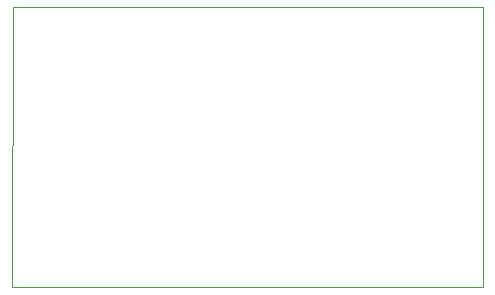
<source format=gbr>
%TF.GenerationSoftware,KiCad,Pcbnew,(5.1.6)-1*%
%TF.CreationDate,2020-11-19T11:34:22+01:00*%
%TF.ProjectId,Karim_Arduino,4b617269-6d5f-4417-9264-75696e6f2e6b,rev?*%
%TF.SameCoordinates,Original*%
%TF.FileFunction,Profile,NP*%
%FSLAX46Y46*%
G04 Gerber Fmt 4.6, Leading zero omitted, Abs format (unit mm)*
G04 Created by KiCad (PCBNEW (5.1.6)-1) date 2020-11-19 11:34:22*
%MOMM*%
%LPD*%
G01*
G04 APERTURE LIST*
%TA.AperFunction,Profile*%
%ADD10C,0.100000*%
%TD*%
G04 APERTURE END LIST*
D10*
X159210000Y-78770000D02*
X119400000Y-78770000D01*
X159210000Y-102470000D02*
X159210000Y-78770000D01*
X119390000Y-102470000D02*
X159210000Y-102470000D01*
X119400000Y-78770000D02*
X119390000Y-102470000D01*
M02*

</source>
